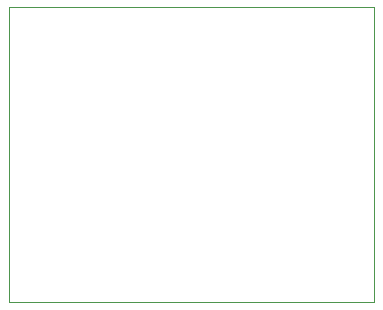
<source format=gbr>
%TF.GenerationSoftware,KiCad,Pcbnew,(5.99.0-9634-gb691c18bfc)*%
%TF.CreationDate,2021-03-06T19:44:38+01:00*%
%TF.ProjectId,nRF52840Breakout,6e524635-3238-4343-9042-7265616b6f75,rev?*%
%TF.SameCoordinates,Original*%
%TF.FileFunction,Profile,NP*%
%FSLAX46Y46*%
G04 Gerber Fmt 4.6, Leading zero omitted, Abs format (unit mm)*
G04 Created by KiCad (PCBNEW (5.99.0-9634-gb691c18bfc)) date 2021-03-06 19:44:38*
%MOMM*%
%LPD*%
G01*
G04 APERTURE LIST*
%TA.AperFunction,Profile*%
%ADD10C,0.038100*%
%TD*%
G04 APERTURE END LIST*
D10*
X0Y0D02*
X10000Y-25010000D01*
X30900000Y-25010000D02*
X30890000Y-10000D01*
X10000Y-25010000D02*
X30900000Y-25010000D01*
X30890000Y-10000D02*
X0Y0D01*
M02*

</source>
